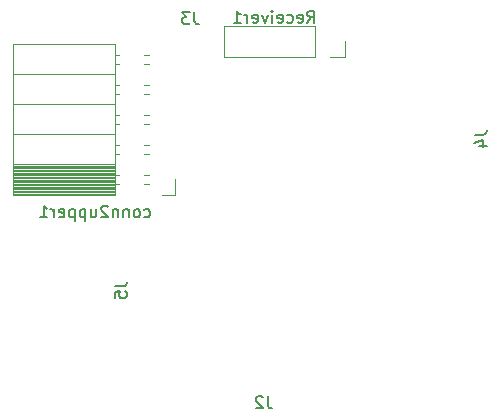
<source format=gbr>
%TF.GenerationSoftware,KiCad,Pcbnew,(5.1.8-0-10_14)*%
%TF.CreationDate,2021-02-18T22:33:31+08:00*%
%TF.ProjectId,batt_board,62617474-5f62-46f6-9172-642e6b696361,v0.2*%
%TF.SameCoordinates,Original*%
%TF.FileFunction,Legend,Bot*%
%TF.FilePolarity,Positive*%
%FSLAX46Y46*%
G04 Gerber Fmt 4.6, Leading zero omitted, Abs format (unit mm)*
G04 Created by KiCad (PCBNEW (5.1.8-0-10_14)) date 2021-02-18 22:33:31*
%MOMM*%
%LPD*%
G01*
G04 APERTURE LIST*
%ADD10C,0.120000*%
%ADD11C,0.150000*%
G04 APERTURE END LIST*
D10*
%TO.C,conn2upper1*%
X128270000Y-84642000D02*
X129380000Y-84642000D01*
X129380000Y-84642000D02*
X129380000Y-83312000D01*
X115640000Y-84642000D02*
X115640000Y-71822000D01*
X115640000Y-71822000D02*
X124270000Y-71822000D01*
X124270000Y-84642000D02*
X124270000Y-71822000D01*
X115640000Y-84642000D02*
X124270000Y-84642000D01*
X115640000Y-74422000D02*
X124270000Y-74422000D01*
X115640000Y-76962000D02*
X124270000Y-76962000D01*
X115640000Y-79502000D02*
X124270000Y-79502000D01*
X115640000Y-82042000D02*
X124270000Y-82042000D01*
X126780000Y-72792000D02*
X127220000Y-72792000D01*
X124270000Y-72792000D02*
X124680000Y-72792000D01*
X126780000Y-73512000D02*
X127220000Y-73512000D01*
X124270000Y-73512000D02*
X124680000Y-73512000D01*
X126780000Y-75332000D02*
X127220000Y-75332000D01*
X124270000Y-75332000D02*
X124680000Y-75332000D01*
X126780000Y-76052000D02*
X127220000Y-76052000D01*
X124270000Y-76052000D02*
X124680000Y-76052000D01*
X126780000Y-77872000D02*
X127220000Y-77872000D01*
X124270000Y-77872000D02*
X124680000Y-77872000D01*
X126780000Y-78592000D02*
X127220000Y-78592000D01*
X124270000Y-78592000D02*
X124680000Y-78592000D01*
X126780000Y-80412000D02*
X127220000Y-80412000D01*
X124270000Y-80412000D02*
X124680000Y-80412000D01*
X126780000Y-81132000D02*
X127220000Y-81132000D01*
X124270000Y-81132000D02*
X124680000Y-81132000D01*
X126780000Y-82952000D02*
X127160000Y-82952000D01*
X124270000Y-82952000D02*
X124680000Y-82952000D01*
X126780000Y-83672000D02*
X127160000Y-83672000D01*
X124270000Y-83672000D02*
X124680000Y-83672000D01*
X115640000Y-82160100D02*
X124270000Y-82160100D01*
X115640000Y-82278195D02*
X124270000Y-82278195D01*
X115640000Y-82396290D02*
X124270000Y-82396290D01*
X115640000Y-82514385D02*
X124270000Y-82514385D01*
X115640000Y-82632480D02*
X124270000Y-82632480D01*
X115640000Y-82750575D02*
X124270000Y-82750575D01*
X115640000Y-82868670D02*
X124270000Y-82868670D01*
X115640000Y-82986765D02*
X124270000Y-82986765D01*
X115640000Y-83104860D02*
X124270000Y-83104860D01*
X115640000Y-83222955D02*
X124270000Y-83222955D01*
X115640000Y-83341050D02*
X124270000Y-83341050D01*
X115640000Y-83459145D02*
X124270000Y-83459145D01*
X115640000Y-83577240D02*
X124270000Y-83577240D01*
X115640000Y-83695335D02*
X124270000Y-83695335D01*
X115640000Y-83813430D02*
X124270000Y-83813430D01*
X115640000Y-83931525D02*
X124270000Y-83931525D01*
X115640000Y-84049620D02*
X124270000Y-84049620D01*
X115640000Y-84167715D02*
X124270000Y-84167715D01*
X115640000Y-84285810D02*
X124270000Y-84285810D01*
X115640000Y-84403905D02*
X124270000Y-84403905D01*
X115640000Y-84522000D02*
X124270000Y-84522000D01*
%TO.C,Receiver1*%
X143824000Y-72958000D02*
X143824000Y-71628000D01*
X142494000Y-72958000D02*
X143824000Y-72958000D01*
X141224000Y-72958000D02*
X141224000Y-70298000D01*
X141224000Y-70298000D02*
X133544000Y-70298000D01*
X141224000Y-72958000D02*
X133544000Y-72958000D01*
X133544000Y-72958000D02*
X133544000Y-70298000D01*
%TO.C,conn2upper1*%
D11*
X126786666Y-86486761D02*
X126881904Y-86534380D01*
X127072380Y-86534380D01*
X127167619Y-86486761D01*
X127215238Y-86439142D01*
X127262857Y-86343904D01*
X127262857Y-86058190D01*
X127215238Y-85962952D01*
X127167619Y-85915333D01*
X127072380Y-85867714D01*
X126881904Y-85867714D01*
X126786666Y-85915333D01*
X126215238Y-86534380D02*
X126310476Y-86486761D01*
X126358095Y-86439142D01*
X126405714Y-86343904D01*
X126405714Y-86058190D01*
X126358095Y-85962952D01*
X126310476Y-85915333D01*
X126215238Y-85867714D01*
X126072380Y-85867714D01*
X125977142Y-85915333D01*
X125929523Y-85962952D01*
X125881904Y-86058190D01*
X125881904Y-86343904D01*
X125929523Y-86439142D01*
X125977142Y-86486761D01*
X126072380Y-86534380D01*
X126215238Y-86534380D01*
X125453333Y-85867714D02*
X125453333Y-86534380D01*
X125453333Y-85962952D02*
X125405714Y-85915333D01*
X125310476Y-85867714D01*
X125167619Y-85867714D01*
X125072380Y-85915333D01*
X125024761Y-86010571D01*
X125024761Y-86534380D01*
X124548571Y-85867714D02*
X124548571Y-86534380D01*
X124548571Y-85962952D02*
X124500952Y-85915333D01*
X124405714Y-85867714D01*
X124262857Y-85867714D01*
X124167619Y-85915333D01*
X124120000Y-86010571D01*
X124120000Y-86534380D01*
X123691428Y-85629619D02*
X123643809Y-85582000D01*
X123548571Y-85534380D01*
X123310476Y-85534380D01*
X123215238Y-85582000D01*
X123167619Y-85629619D01*
X123120000Y-85724857D01*
X123120000Y-85820095D01*
X123167619Y-85962952D01*
X123739047Y-86534380D01*
X123120000Y-86534380D01*
X122262857Y-85867714D02*
X122262857Y-86534380D01*
X122691428Y-85867714D02*
X122691428Y-86391523D01*
X122643809Y-86486761D01*
X122548571Y-86534380D01*
X122405714Y-86534380D01*
X122310476Y-86486761D01*
X122262857Y-86439142D01*
X121786666Y-85867714D02*
X121786666Y-86867714D01*
X121786666Y-85915333D02*
X121691428Y-85867714D01*
X121500952Y-85867714D01*
X121405714Y-85915333D01*
X121358095Y-85962952D01*
X121310476Y-86058190D01*
X121310476Y-86343904D01*
X121358095Y-86439142D01*
X121405714Y-86486761D01*
X121500952Y-86534380D01*
X121691428Y-86534380D01*
X121786666Y-86486761D01*
X120881904Y-85867714D02*
X120881904Y-86867714D01*
X120881904Y-85915333D02*
X120786666Y-85867714D01*
X120596190Y-85867714D01*
X120500952Y-85915333D01*
X120453333Y-85962952D01*
X120405714Y-86058190D01*
X120405714Y-86343904D01*
X120453333Y-86439142D01*
X120500952Y-86486761D01*
X120596190Y-86534380D01*
X120786666Y-86534380D01*
X120881904Y-86486761D01*
X119596190Y-86486761D02*
X119691428Y-86534380D01*
X119881904Y-86534380D01*
X119977142Y-86486761D01*
X120024761Y-86391523D01*
X120024761Y-86010571D01*
X119977142Y-85915333D01*
X119881904Y-85867714D01*
X119691428Y-85867714D01*
X119596190Y-85915333D01*
X119548571Y-86010571D01*
X119548571Y-86105809D01*
X120024761Y-86201047D01*
X119120000Y-86534380D02*
X119120000Y-85867714D01*
X119120000Y-86058190D02*
X119072380Y-85962952D01*
X119024761Y-85915333D01*
X118929523Y-85867714D01*
X118834285Y-85867714D01*
X117977142Y-86534380D02*
X118548571Y-86534380D01*
X118262857Y-86534380D02*
X118262857Y-85534380D01*
X118358095Y-85677238D01*
X118453333Y-85772476D01*
X118548571Y-85820095D01*
%TO.C,J2*%
X137239333Y-101687380D02*
X137239333Y-102401666D01*
X137286952Y-102544523D01*
X137382190Y-102639761D01*
X137525047Y-102687380D01*
X137620285Y-102687380D01*
X136810761Y-101782619D02*
X136763142Y-101735000D01*
X136667904Y-101687380D01*
X136429809Y-101687380D01*
X136334571Y-101735000D01*
X136286952Y-101782619D01*
X136239333Y-101877857D01*
X136239333Y-101973095D01*
X136286952Y-102115952D01*
X136858380Y-102687380D01*
X136239333Y-102687380D01*
%TO.C,J5*%
X124293380Y-92376666D02*
X125007666Y-92376666D01*
X125150523Y-92329047D01*
X125245761Y-92233809D01*
X125293380Y-92090952D01*
X125293380Y-91995714D01*
X124293380Y-93329047D02*
X124293380Y-92852857D01*
X124769571Y-92805238D01*
X124721952Y-92852857D01*
X124674333Y-92948095D01*
X124674333Y-93186190D01*
X124721952Y-93281428D01*
X124769571Y-93329047D01*
X124864809Y-93376666D01*
X125102904Y-93376666D01*
X125198142Y-93329047D01*
X125245761Y-93281428D01*
X125293380Y-93186190D01*
X125293380Y-92948095D01*
X125245761Y-92852857D01*
X125198142Y-92805238D01*
%TO.C,J4*%
X154773380Y-79549666D02*
X155487666Y-79549666D01*
X155630523Y-79502047D01*
X155725761Y-79406809D01*
X155773380Y-79263952D01*
X155773380Y-79168714D01*
X155106714Y-80454428D02*
X155773380Y-80454428D01*
X154725761Y-80216333D02*
X155440047Y-79978238D01*
X155440047Y-80597285D01*
%TO.C,J3*%
X131016333Y-69175380D02*
X131016333Y-69889666D01*
X131063952Y-70032523D01*
X131159190Y-70127761D01*
X131302047Y-70175380D01*
X131397285Y-70175380D01*
X130635380Y-69175380D02*
X130016333Y-69175380D01*
X130349666Y-69556333D01*
X130206809Y-69556333D01*
X130111571Y-69603952D01*
X130063952Y-69651571D01*
X130016333Y-69746809D01*
X130016333Y-69984904D01*
X130063952Y-70080142D01*
X130111571Y-70127761D01*
X130206809Y-70175380D01*
X130492523Y-70175380D01*
X130587761Y-70127761D01*
X130635380Y-70080142D01*
%TO.C,Receiver1*%
X140604523Y-70048380D02*
X140937857Y-69572190D01*
X141175952Y-70048380D02*
X141175952Y-69048380D01*
X140795000Y-69048380D01*
X140699761Y-69096000D01*
X140652142Y-69143619D01*
X140604523Y-69238857D01*
X140604523Y-69381714D01*
X140652142Y-69476952D01*
X140699761Y-69524571D01*
X140795000Y-69572190D01*
X141175952Y-69572190D01*
X139795000Y-70000761D02*
X139890238Y-70048380D01*
X140080714Y-70048380D01*
X140175952Y-70000761D01*
X140223571Y-69905523D01*
X140223571Y-69524571D01*
X140175952Y-69429333D01*
X140080714Y-69381714D01*
X139890238Y-69381714D01*
X139795000Y-69429333D01*
X139747380Y-69524571D01*
X139747380Y-69619809D01*
X140223571Y-69715047D01*
X138890238Y-70000761D02*
X138985476Y-70048380D01*
X139175952Y-70048380D01*
X139271190Y-70000761D01*
X139318809Y-69953142D01*
X139366428Y-69857904D01*
X139366428Y-69572190D01*
X139318809Y-69476952D01*
X139271190Y-69429333D01*
X139175952Y-69381714D01*
X138985476Y-69381714D01*
X138890238Y-69429333D01*
X138080714Y-70000761D02*
X138175952Y-70048380D01*
X138366428Y-70048380D01*
X138461666Y-70000761D01*
X138509285Y-69905523D01*
X138509285Y-69524571D01*
X138461666Y-69429333D01*
X138366428Y-69381714D01*
X138175952Y-69381714D01*
X138080714Y-69429333D01*
X138033095Y-69524571D01*
X138033095Y-69619809D01*
X138509285Y-69715047D01*
X137604523Y-70048380D02*
X137604523Y-69381714D01*
X137604523Y-69048380D02*
X137652142Y-69096000D01*
X137604523Y-69143619D01*
X137556904Y-69096000D01*
X137604523Y-69048380D01*
X137604523Y-69143619D01*
X137223571Y-69381714D02*
X136985476Y-70048380D01*
X136747380Y-69381714D01*
X135985476Y-70000761D02*
X136080714Y-70048380D01*
X136271190Y-70048380D01*
X136366428Y-70000761D01*
X136414047Y-69905523D01*
X136414047Y-69524571D01*
X136366428Y-69429333D01*
X136271190Y-69381714D01*
X136080714Y-69381714D01*
X135985476Y-69429333D01*
X135937857Y-69524571D01*
X135937857Y-69619809D01*
X136414047Y-69715047D01*
X135509285Y-70048380D02*
X135509285Y-69381714D01*
X135509285Y-69572190D02*
X135461666Y-69476952D01*
X135414047Y-69429333D01*
X135318809Y-69381714D01*
X135223571Y-69381714D01*
X134366428Y-70048380D02*
X134937857Y-70048380D01*
X134652142Y-70048380D02*
X134652142Y-69048380D01*
X134747380Y-69191238D01*
X134842619Y-69286476D01*
X134937857Y-69334095D01*
%TD*%
M02*

</source>
